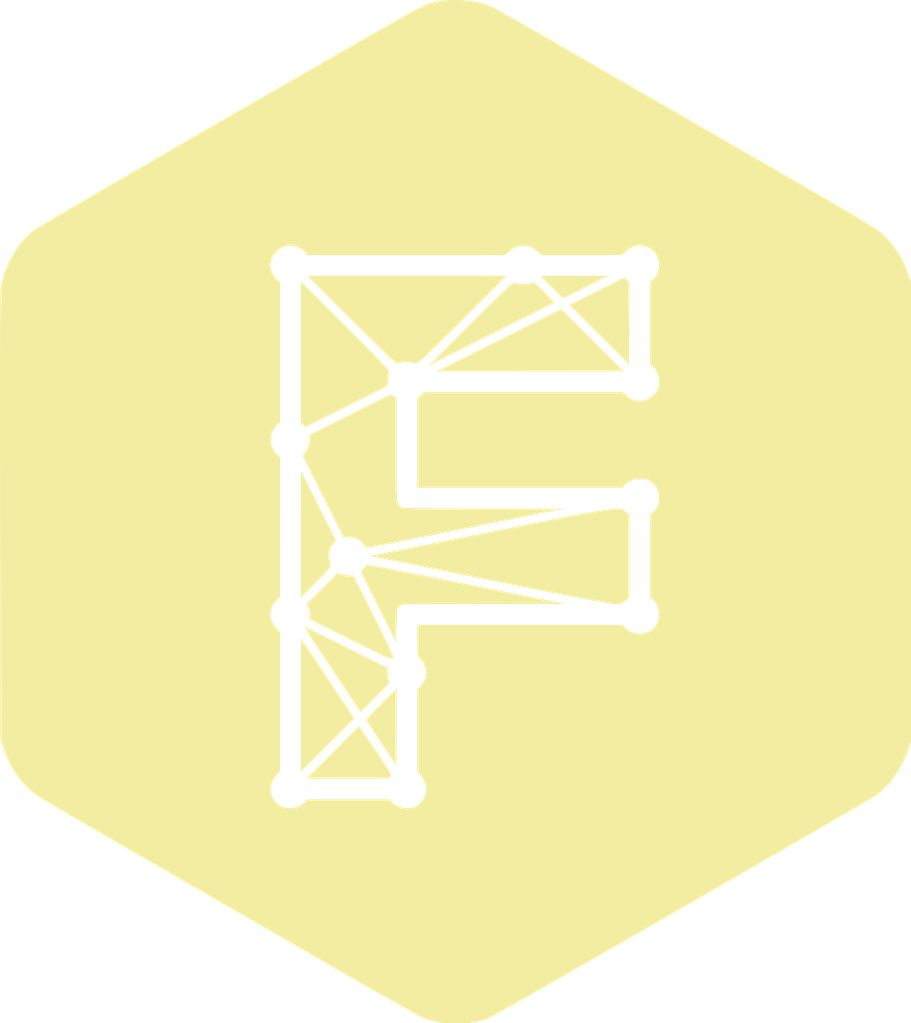
<source format=kicad_pcb>
(kicad_pcb (version 20241229) (generator "atopile") (generator_version "0.5.0")
  (layers (0 "F.Cu" signal) (31 "B.Cu" signal) (34 "B.Paste" user) (35 "F.Paste" user) (36 "B.SilkS" user "B.Silkscreen") (37 "F.SilkS" user "F.Silkscreen") (38 "B.Mask" user) (39 "F.Mask" user) (44 "Edge.Cuts" user))
  (net 0 "")
  (footprint "lib:faebrykLogo_8x9mm" (layer "F.Cu") (at 0 0 0)
    (property "Reference" "LOGO1" (hide yes))
    (property "Value" "" (hide yes))
    (fp_poly (pts (xy -1.121428 1.462679) (xy -0.886487 1.815188) (xy -1.356395 2.285096) (xy -1.356382 1.697633) (xy -1.35637 1.11017)) (fill solid) (layer "F.SilkS"))
    (fp_poly (pts (xy 1.472993 -1.226803) (xy 0.652261 -1.227287) (xy -0.16847 -1.227771) (xy 0.377986 -1.501563) (xy 0.924441 -1.775355)) (fill solid) (layer "F.SilkS"))
    (fp_poly (pts (xy 1.520736 -2.008089) (xy 1.516224 -1.287167) (xy 1.254833 -1.548666) (xy 0.993442 -1.810166) (xy 1.235346 -1.930871) (xy 1.477249 -2.051576)) (fill solid) (layer "F.SilkS"))
    (fp_poly (pts (xy 1.036875 -2.064368) (xy 1.334795 -2.063905) (xy 1.140408 -1.965477) (xy 1.087217 -1.938612) (xy 1.039226 -1.914504) (xy 0.998552 -1.894206) (xy 0.967309 -1.878769) (xy 0.947613 -1.869245) (xy 0.941559 -1.866586) (xy 0.934273 -1.872234) (xy 0.916986 -1.888149) (xy 0.891831 -1.912294) (xy 0.860939 -1.942632) (xy 0.838027 -1.965477) (xy 0.738955 -2.06483)) (fill solid) (layer "F.SilkS"))
    (fp_poly (pts (xy -1.201449 -0.051837) (xy -1.047441 0.254863) (xy -1.070994 0.281725) (xy -1.095951 0.319565) (xy -1.107686 0.362439) (xy -1.106473 0.4127) (xy -1.093153 0.47085) (xy -1.09368 0.479029) (xy -1.100135 0.491259) (xy -1.113792 0.509029) (xy -1.135923 0.533832) (xy -1.1678 0.567156) (xy -1.210697 0.610492) (xy -1.222158 0.621936) (xy -1.356395 0.755743) (xy -1.355926 0.198602) (xy -1.355457 -0.358538)) (fill solid) (layer "F.SilkS"))
    (fp_poly (pts (xy -0.967318 -1.628502) (xy -0.886578 -1.547722) (xy -0.817374 -1.47822) (xy -0.758919 -1.41916) (xy -0.710424 -1.36971) (xy -0.671103 -1.329036) (xy -0.640166 -1.296303) (xy -0.616827 -1.270678) (xy -0.600298 -1.251327) (xy -0.58979 -1.237415) (xy -0.584517 -1.22811) (xy -0.583689 -1.222578) (xy -0.583718 -1.222483) (xy -0.587329 -1.204864) (xy -0.59112 -1.176748) (xy -0.593696 -1.150709) (xy -0.598199 -1.096213) (xy -1.317517 -0.737709) (xy -1.336956 -0.75638) (xy -1.356395 -0.77505) (xy -1.356395 -2.017241)) (fill solid) (layer "F.SilkS"))
    (fp_poly (pts (xy -0.77616 0.46817) (xy -0.751652 0.47194) (xy -0.712455 0.478725) (xy -0.65969 0.488309) (xy -0.594479 0.50048) (xy -0.517943 0.515022) (xy -0.431205 0.531721) (xy -0.335385 0.550363) (xy -0.231605 0.570733) (xy -0.120987 0.592618) (xy -0.004652 0.615803) (xy 0.090714 0.634929) (xy 0.963299 0.810407) (xy 0.248866 0.811258) (xy -0.465568 0.812108) (xy -0.489808 0.832935) (xy -0.514048 0.853761) (xy -0.518368 1.001681) (xy -0.522688 1.1496) (xy -0.677619 0.83927) (xy -0.832551 0.528939) (xy -0.810197 0.502374) (xy -0.795213 0.483489) (xy -0.785832 0.469667) (xy -0.784857 0.467629)) (fill solid) (layer "F.SilkS"))
    (fp_poly (pts (xy 0.05612 -1.675754) (xy -0.024869 -1.594808) (xy -0.094577 -1.525411) (xy -0.153826 -1.466784) (xy -0.203441 -1.418149) (xy -0.244246 -1.378726) (xy -0.277065 -1.347735) (xy -0.302723 -1.324398) (xy -0.322044 -1.307935) (xy -0.335851 -1.297567) (xy -0.344969 -1.292515) (xy -0.349898 -1.291885) (xy -0.400099 -1.304548) (xy -0.440951 -1.308374) (xy -0.477939 -1.303384) (xy -0.509728 -1.292525) (xy -0.517341 -1.295998) (xy -0.534165 -1.309251) (xy -0.560564 -1.332628) (xy -0.596897 -1.366475) (xy -0.643528 -1.411136) (xy -0.700817 -1.466958) (xy -0.769126 -1.534284) (xy -0.848817 -1.613461) (xy -0.911427 -1.675981) (xy -1.300167 -2.06483) (xy 0.44486 -2.06483)) (fill solid) (layer "F.SilkS"))
    (fp_poly (pts (xy -0.518368 1.889985) (xy -0.518421 1.9646) (xy -0.518572 2.033519) (xy -0.51881 2.094899) (xy -0.519123 2.146894) (xy -0.519499 2.18766) (xy -0.519926 2.21535) (xy -0.520392 2.228121) (xy -0.520528 2.228772) (xy -0.525676 2.22182) (xy -0.539108 2.202314) (xy -0.559571 2.17211) (xy -0.585815 2.133065) (xy -0.616588 2.087033) (xy -0.650637 2.035871) (xy -0.652279 2.033398) (xy -0.686584 1.981511) (xy -0.717651 1.934092) (xy -0.744214 1.893109) (xy -0.765004 1.860534) (xy -0.778752 1.838336) (xy -0.784193 1.828485) (xy -0.78421 1.828418) (xy -0.779034 1.819708) (xy -0.763237 1.800807) (xy -0.738553 1.773607) (xy -0.706718 1.739996) (xy -0.669464 1.701866) (xy -0.652458 1.684798) (xy -0.518368 1.550991)) (fill solid) (layer "F.SilkS"))
    (fp_poly (pts (xy 0.777165 -1.922292) (xy 0.808579 -1.890487) (xy 0.834704 -1.863101) (xy 0.853501 -1.842348) (xy 0.862934 -1.830437) (xy 0.86356 -1.82853) (xy 0.85537 -1.824155) (xy 0.832957 -1.812697) (xy 0.79756 -1.794778) (xy 0.75042 -1.771022) (xy 0.692779 -1.742051) (xy 0.625877 -1.708489) (xy 0.550955 -1.67096) (xy 0.469253 -1.630085) (xy 0.382014 -1.586489) (xy 0.31102 -1.551045) (xy -0.237586 -1.277265) (xy 0.129591 -1.645204) (xy 0.21386 -1.729427) (xy 0.286591 -1.801632) (xy 0.348232 -1.862248) (xy 0.399233 -1.911701) (xy 0.440043 -1.95042) (xy 0.47111 -1.978833) (xy 0.492883 -1.997366) (xy 0.505811 -2.006448) (xy 0.509727 -2.007467) (xy 0.563351 -1.992036) (xy 0.616642 -1.991745) (xy 0.644522 -1.998268) (xy 0.686836 -2.012349)) (fill solid) (layer "F.SilkS"))
    (fp_poly (pts (xy -1.309684 1.014561) (xy -1.28729 1.025288) (xy -1.25254 1.042236) (xy -1.206979 1.064641) (xy -1.152154 1.091743) (xy -1.08961 1.122779) (xy -1.020892 1.156988) (xy -0.954688 1.190036) (xy -0.596123 1.369256) (xy -0.596123 1.414255) (xy -0.59414 1.445121) (xy -0.589109 1.472331) (xy -0.585866 1.481766) (xy -0.582944 1.489728) (xy -0.58287 1.497811) (xy -0.58706 1.507818) (xy -0.596932 1.521553) (xy -0.613901 1.540817) (xy -0.639385 1.567415) (xy -0.6748 1.60315) (xy -0.704658 1.632971) (xy -0.833708 1.761663) (xy -1.075613 1.398296) (xy -1.132378 1.312942) (xy -1.180173 1.240846) (xy -1.219671 1.180931) (xy -1.251547 1.132119) (xy -1.276477 1.093334) (xy -1.295133 1.063497) (xy -1.308192 1.04153) (xy -1.316327 1.026357) (xy -1.320213 1.0169) (xy -1.320525 1.01208) (xy -1.318178 1.010816)) (fill solid) (layer "F.SilkS"))
    (fp_poly (pts (xy -1.005633 0.549523) (xy -0.978619 0.557023) (xy -0.945869 0.561233) (xy -0.935451 0.561564) (xy -0.894087 0.561564) (xy -0.715337 0.919188) (xy -0.673449 1.003098) (xy -0.638754 1.07293) (xy -0.610654 1.130033) (xy -0.588554 1.175753) (xy -0.571857 1.211438) (xy -0.559966 1.238434) (xy -0.552285 1.258088) (xy -0.548217 1.271748) (xy -0.547167 1.28076) (xy -0.548538 1.286472) (xy -0.551236 1.289806) (xy -0.555779 1.292308) (xy -0.562804 1.292761) (xy -0.573654 1.290568) (xy -0.589672 1.285129) (xy -0.6122 1.275845) (xy -0.64258 1.262118) (xy -0.682156 1.243347) (xy -0.73227 1.218935) (xy -0.794264 1.188283) (xy -0.869481 1.150791) (xy -0.924182 1.12343) (xy -1.282479 0.944059) (xy -1.279979 0.909433) (xy -1.281898 0.877605) (xy -1.289889 0.845328) (xy -1.291315 0.841693) (xy -1.305151 0.808579) (xy -1.169801 0.67303) (xy -1.034451 0.537482)) (fill solid) (layer "F.SilkS"))
    (fp_poly (pts (xy -0.840056 1.890313) (xy -0.825845 1.909869) (xy -0.804548 1.9403) (xy -0.777386 1.979836) (xy -0.745581 2.02671) (xy -0.710355 2.079151) (xy -0.697942 2.097746) (xy -0.656617 2.159986) (xy -0.62417 2.209524) (xy -0.599704 2.247911) (xy -0.582328 2.276694) (xy -0.571145 2.297423) (xy -0.565261 2.311646) (xy -0.563783 2.320914) (xy -0.565753 2.326691) (xy -0.569549 2.330265) (xy -0.576258 2.333208) (xy -0.587441 2.33558) (xy -0.604655 2.337442) (xy -0.62946 2.338855) (xy -0.663414 2.339879) (xy -0.708076 2.340574) (xy -0.765006 2.341001) (xy -0.835761 2.341219) (xy -0.9219 2.34129) (xy -0.942592 2.341292) (xy -1.308756 2.341292) (xy -1.079932 2.112346) (xy -1.02823 2.060749) (xy -0.980343 2.013215) (xy -0.937644 1.971088) (xy -0.901504 1.935707) (xy -0.873294 1.908416) (xy -0.854384 1.890555) (xy -0.846146 1.883466) (xy -0.845958 1.883401)) (fill solid) (layer "F.SilkS"))
    (fp_poly (pts (xy -0.543789 -1.010463) (xy -0.518368 -0.992361) (xy -0.518176 -0.537218) (xy -0.518143 -0.434488) (xy -0.518049 -0.347631) (xy -0.517755 -0.275242) (xy -0.517125 -0.215914) (xy -0.516021 -0.168242) (xy -0.514307 -0.13082) (xy -0.511846 -0.102244) (xy -0.508499 -0.081106) (xy -0.504131 -0.066001) (xy -0.498605 -0.055524) (xy -0.491782 -0.048269) (xy -0.483527 -0.04283) (xy -0.473701 -0.037802) (xy -0.469259 -0.035569) (xy -0.4593 -0.033626) (xy -0.437093 -0.031903) (xy -0.402079 -0.030392) (xy -0.353698 -0.029085) (xy -0.291392 -0.027973) (xy -0.2146 -0.02705) (xy -0.122764 -0.026305) (xy -0.015325 -0.025732) (xy 0.108277 -0.025322) (xy 0.247816 -0.025068) (xy 0.94602 -0.024217) (xy 0.095034 0.147299) (xy -0.023813 0.171228) (xy -0.138016 0.194174) (xy -0.24642 0.215907) (xy -0.347867 0.236198) (xy -0.4412 0.254816) (xy -0.525263 0.271533) (xy -0.598898 0.286117) (xy -0.660948 0.29834) (xy -0.710257 0.307971) (xy -0.745667 0.314781) (xy -0.766021 0.31854) (xy -0.770583 0.319237) (xy -0.784799 0.312691) (xy -0.799014 0.296284) (xy -0.799482 0.295506) (xy -0.830079 0.260146) (xy -0.872751 0.237035) (xy -0.927261 0.226299) (xy -0.9303 0.226089) (xy -0.985966 0.222544) (xy -1.342338 -0.490446) (xy -1.319355 -0.517759) (xy -1.296683 -0.555109) (xy -1.282751 -0.599373) (xy -1.280131 -0.642228) (xy -1.280328 -0.64405) (xy -1.283535 -0.671527) (xy -0.569211 -1.028565)) (fill solid) (layer "F.SilkS"))
    (fp_poly (pts (xy 1.441947 -0.024713) (xy 1.455559 -0.022137) (xy 1.466228 -0.018255) (xy 1.474827 -0.013198) (xy 1.482233 -0.007095) (xy 1.489319 -7.6e-05) (xy 1.492466 0.00317) (xy 1.520544 0.032075) (xy 1.520544 0.749904) (xy 1.489442 0.781006) (xy 1.472905 0.79675) (xy 1.458852 0.805955) (xy 1.441908 0.810295) (xy 1.416698 0.811442) (xy 1.392248 0.811254) (xy 1.377144 0.810206) (xy 1.353638 0.807261) (xy 1.321041 0.80229) (xy 1.278661 0.795159) (xy 1.225808 0.785737) (xy 1.161792 0.773894) (xy 1.085924 0.759498) (xy 0.997512 0.742417) (xy 0.895866 0.72252) (xy 0.780297 0.699675) (xy 0.650113 0.673751) (xy 0.504625 0.644617) (xy 0.343143 0.612141) (xy 0.285102 0.600442) (xy 0.153903 0.573968) (xy 0.027554 0.548446) (xy -0.092928 0.524081) (xy -0.206527 0.501082) (xy -0.312226 0.479655) (xy -0.409007 0.460006) (xy -0.495854 0.442343) (xy -0.571749 0.426872) (xy -0.635676 0.4138) (xy -0.686618 0.403334) (xy -0.723557 0.39568) (xy -0.745477 0.391046) (xy -0.751531 0.38963) (xy -0.742663 0.387859) (xy -0.717884 0.382906) (xy -0.678223 0.374976) (xy -0.624713 0.364275) (xy -0.558384 0.35101) (xy -0.480269 0.335386) (xy -0.391397 0.317611) (xy -0.2928 0.29789) (xy -0.18551 0.27643) (xy -0.070557 0.253436) (xy 0.051027 0.229116) (xy 0.17821 0.203674) (xy 0.289421 0.181428) (xy 0.452203 0.148868) (xy 0.598915 0.119558) (xy 0.730432 0.093368) (xy 0.847629 0.070169) (xy 0.951381 0.049831) (xy 1.042563 0.032225) (xy 1.122051 0.01722) (xy 1.190718 0.004687) (xy 1.249441 -0.005503) (xy 1.299095 -0.01348) (xy 1.340554 -0.019374) (xy 1.374694 -0.023315) (xy 1.402389 -0.025432) (xy 1.424515 -0.025855)) (fill solid) (layer "F.SilkS"))
    (fp_poly (pts (xy 0.047517 -4.481264) (xy 0.130799 -4.47499) (xy 0.202385 -4.463071) (xy 0.267274 -4.444319) (xy 0.330461 -4.417545) (xy 0.344031 -4.410767) (xy 0.356953 -4.403667) (xy 0.384126 -4.388328) (xy 0.42484 -4.365158) (xy 0.478386 -4.334564) (xy 0.544056 -4.296954) (xy 0.62114 -4.252737) (xy 0.70893 -4.202319) (xy 0.806715 -4.14611) (xy 0.913788 -4.084516) (xy 1.029439 -4.017946) (xy 1.152959 -3.946808) (xy 1.283639 -3.87151) (xy 1.420771 -3.792458) (xy 1.563644 -3.710063) (xy 1.711551 -3.62473) (xy 1.863781 -3.536868) (xy 2.019627 -3.446886) (xy 2.038911 -3.435749) (xy 2.224824 -3.328367) (xy 2.396362 -3.229254) (xy 2.554126 -3.138057) (xy 2.698715 -3.05442) (xy 2.830729 -2.977991) (xy 2.950767 -2.908415) (xy 3.059427 -2.845338) (xy 3.157311 -2.788407) (xy 3.245017 -2.737266) (xy 3.323145 -2.691562) (xy 3.392294 -2.650942) (xy 3.453064 -2.615051) (xy 3.506054 -2.583534) (xy 3.551864 -2.556039) (xy 3.591092 -2.532211) (xy 3.624339 -2.511696) (xy 3.652204 -2.49414) (xy 3.675287 -2.479189) (xy 3.694186 -2.466489) (xy 3.709502 -2.455686) (xy 3.721834 -2.446426) (xy 3.73178 -2.438355) (xy 3.739688 -2.431354) (xy 3.818597 -2.346703) (xy 3.88562 -2.250476) (xy 3.939525 -2.1447) (xy 3.975786 -2.043075) (xy 3.995748 -1.974116) (xy 3.995748 0) (xy 3.995743 0.218324) (xy 3.995723 0.420047) (xy 3.995685 0.605846) (xy 3.995623 0.7764) (xy 3.995532 0.932385) (xy 3.995407 1.07448) (xy 3.995242 1.203362) (xy 3.995033 1.319709) (xy 3.994774 1.424198) (xy 3.994461 1.517508) (xy 3.994088 1.600315) (xy 3.99365 1.673298) (xy 3.993142 1.737134) (xy 3.992559 1.792501) (xy 3.991897 1.840076) (xy 3.991149 1.880538) (xy 3.990311 1.914563) (xy 3.989377 1.94283) (xy 3.988344 1.966016) (xy 3.987204 1.9848) (xy 3.985954 1.999857) (xy 3.984589 2.011867) (xy 3.983102 2.021507) (xy 3.98149 2.029455) (xy 3.980467 2.033665) (xy 3.950775 2.12441) (xy 3.9094 2.214252) (xy 3.85858 2.299727) (xy 3.800552 2.377374) (xy 3.737553 2.443731) (xy 3.690429 2.482532) (xy 3.676798 2.491309) (xy 3.649144 2.508106) (xy 3.608294 2.532446) (xy 3.555077 2.563852) (xy 3.49032 2.601846) (xy 3.414853 2.645954) (xy 3.329502 2.695697) (xy 3.235097 2.750599) (xy 3.132466 2.810183) (xy 3.022436 2.873973) (xy 2.905836 2.941491) (xy 2.783495 3.012261) (xy 2.656239 3.085807) (xy 2.524899 3.161651) (xy 2.390301 3.239317) (xy 2.253273 3.318328) (xy 2.114645 3.398208) (xy 1.975245 3.478479) (xy 1.835899 3.558664) (xy 1.697438 3.638288) (xy 1.560688 3.716873) (xy 1.426478 3.793943) (xy 1.295637 3.86902) (xy 1.168992 3.941629) (xy 1.047372 4.011292) (xy 0.931605 4.077533) (xy 0.822518 4.139874) (xy 0.720941 4.19784) (xy 0.627702 4.250953) (xy 0.543628 4.298737) (xy 0.469548 4.340714) (xy 0.406289 4.376409) (xy 0.354681 4.405344) (xy 0.315552 4.427043) (xy 0.289729 4.441029) (xy 0.2781 4.446804) (xy 0.194497 4.470631) (xy 0.101564 4.485625) (xy 0.00508 4.491335) (xy -0.089174 4.487311) (xy -0.143984 4.479724) (xy -0.185983 4.470771) (xy -0.231267 4.459102) (xy -0.262009 4.449817) (xy -0.279699 4.44203) (xy -0.311756 4.425742) (xy -0.357667 4.401238) (xy -0.416922 4.368804) (xy -0.48901 4.328727) (xy -0.57342 4.281292) (xy -0.669641 4.226785) (xy -0.777161 4.165494) (xy -0.89547 4.097704) (xy -1.024056 4.0237) (xy -1.055406 4.005615) (xy -1.290817 3.869749) (xy -1.511736 3.742252) (xy -1.718633 3.622849) (xy -1.911978 3.511263) (xy -2.092239 3.407219) (xy -2.259887 3.310442) (xy -2.415391 3.220656) (xy -2.55922 3.137586) (xy -2.691845 3.060956) (xy -2.813734 2.99049) (xy -2.925358 2.925914) (xy -3.027185 2.866952) (xy -3.119686 2.813328) (xy -3.203329 2.764767) (xy -3.278585 2.720993) (xy -3.345923 2.68173) (xy -3.405813 2.646704) (xy -3.458723 2.615639) (xy -3.505124 2.588259) (xy -3.545485 2.564288) (xy -3.580276 2.543452) (xy -3.609967 2.525475) (xy -3.635026 2.510081) (xy -3.655923 2.496995) (xy -3.673128 2.485941) (xy -3.687111 2.476644) (xy -3.698341 2.468828) (xy -3.707287 2.462218) (xy -3.714419 2.456539) (xy -3.720207 2.451514) (xy -3.72512 2.446868) (xy -3.729628 2.442327) (xy -3.7342 2.437613) (xy -3.739306 2.432453) (xy -3.743315 2.428555) (xy -3.816816 2.348552) (xy -3.878385 2.259586) (xy -3.929435 2.159365) (xy -3.962336 2.073469) (xy -3.987109 2.000034) (xy -3.989504 0.034557) (xy -3.989762 -0.18439) (xy -3.989981 -0.386734) (xy -3.990157 -0.57315) (xy -3.990285 -0.744313) (xy -3.990363 -0.900898) (xy -3.990386 -1.043581) (xy -3.99035 -1.173037) (xy -3.990252 -1.289941) (xy -3.990087 -1.394968) (xy -3.989852 -1.488795) (xy -3.989544 -1.572096) (xy -3.989158 -1.645546) (xy -3.98869 -1.709821) (xy -3.988138 -1.765596) (xy -3.987496 -1.813547) (xy -3.986761 -1.854348) (xy -3.98593 -1.888675) (xy -3.984998 -1.917204) (xy -3.983962 -1.940609) (xy -3.982817 -1.959567) (xy -3.981561 -1.974751) (xy -3.980189 -1.986838) (xy -3.978697 -1.996503) (xy -3.978028 -2.000035) (xy -3.953936 -2.088094) (xy -3.921927 -2.166799) (xy -1.621869 -2.166799) (xy -1.619865 -2.13473) (xy -1.608732 -2.098422) (xy -1.590638 -2.063136) (xy -1.56921 -2.035249) (xy -1.557788 -2.025677) (xy -1.537824 -2.012595) (xy -1.537824 -0.780784) (xy -1.564513 -0.755409) (xy -1.596542 -0.717314) (xy -1.613796 -0.675834) (xy -1.618659 -0.630681) (xy -1.613221 -0.584641) (xy -1.597764 -0.542282) (xy -1.574546 -0.508729) (xy -1.559311 -0.495902) (xy -1.537824 -0.481823) (xy -1.537824 0.752748) (xy -1.564052 0.774818) (xy -1.597002 0.812979) (xy -1.615947 0.858066) (xy -1.620793 0.90675) (xy -1.611446 0.955705) (xy -1.587809 1.001603) (xy -1.571111 1.021833) (xy -1.537824 1.056826) (xy -1.537824 2.278003) (xy -1.571346 2.313243) (xy -1.602534 2.357233) (xy -1.61839 2.405211) (xy -1.619416 2.454239) (xy -1.60611 2.501381) (xy -1.578974 2.543701) (xy -1.538507 2.578262) (xy -1.524864 2.586144) (xy -1.49389 2.59589) (xy -1.45433 2.59965) (xy -1.413858 2.597294) (xy -1.380143 2.588694) (xy -1.379876 2.588581) (xy -1.355429 2.574156) (xy -1.330757 2.553822) (xy -1.3267 2.549703) (xy -1.301326 2.522721) (xy -0.577011 2.522721) (xy -0.559832 2.54456) (xy -0.527967 2.572326) (xy -0.485738 2.591364) (xy -0.43836 2.600419) (xy -0.391047 2.598237) (xy -0.36558 2.591287) (xy -0.327259 2.568344) (xy -0.294826 2.53304) (xy -0.271406 2.490071) (xy -0.260123 2.444131) (xy -0.259564 2.432006) (xy -0.26663 2.388216) (xy -0.285468 2.344506) (xy -0.312534 2.308955) (xy -0.314201 2.307388) (xy -0.336939 2.286443) (xy -0.336939 1.558114) (xy -0.314201 1.537169) (xy -0.286782 1.502305) (xy -0.267397 1.458835) (xy -0.259587 1.414838) (xy -0.259564 1.412551) (xy -0.26663 1.36876) (xy -0.285468 1.32505) (xy -0.312534 1.289499) (xy -0.314201 1.287932) (xy -0.322734 1.279646) (xy -0.328811 1.2711) (xy -0.332847 1.2594) (xy -0.335261 1.241655) (xy -0.33647 1.214972) (xy -0.33689 1.176458) (xy -0.336939 1.130262) (xy -0.336939 0.993537) (xy 1.46672 0.993537) (xy 1.480225 1.014148) (xy 1.506358 1.039855) (xy 1.544163 1.058731) (xy 1.588756 1.068891) (xy 1.623891 1.069643) (xy 1.677867 1.058241) (xy 1.721561 1.033355) (xy 1.753733 0.996224) (xy 1.773144 0.948089) (xy 1.778078 0.915455) (xy 1.775736 0.868976) (xy 1.763255 0.825601) (xy 1.742522 0.790217) (xy 1.722583 0.771789) (xy 1.701972 0.758284) (xy 1.701972 0.029151) (xy 1.728955 0.003776) (xy 1.749551 -0.019679) (xy 1.765778 -0.045012) (xy 1.767832 -0.0494) (xy 1.778404 -0.092918) (xy 1.777415 -0.141384) (xy 1.765844 -0.188604) (xy 1.744669 -0.228381) (xy 1.738361 -0.236029) (xy 1.702764 -0.26349) (xy 1.658719 -0.279717) (xy 1.6105 -0.284821) (xy 1.562383 -0.278917) (xy 1.518644 -0.262117) (xy 1.483557 -0.234533) (xy 1.47908 -0.229187) (xy 1.4619 -0.207347) (xy -0.336939 -0.207347) (xy -0.336939 -0.988396) (xy -0.309326 -1.016885) (xy -0.281713 -1.045375) (xy 1.465695 -1.045375) (xy 1.48664 -1.022636) (xy 1.526959 -0.990355) (xy 1.572652 -0.972657) (xy 1.620609 -0.96907) (xy 1.66772 -0.979125) (xy 1.710875 -1.002351) (xy 1.746965 -1.038279) (xy 1.763289 -1.064469) (xy 1.776667 -1.106844) (xy 1.77808 -1.153788) (xy 1.768502 -1.200184) (xy 1.748906 -1.240912) (xy 1.724656 -1.267603) (xy 1.701972 -1.285446) (xy 1.701972 -2.009982) (xy 1.724412 -2.030926) (xy 1.756581 -2.072029) (xy 1.775461 -2.120796) (xy 1.779538 -2.15736) (xy 1.771954 -2.210235) (xy 1.751454 -2.254961) (xy 1.720638 -2.290432) (xy 1.682108 -2.315541) (xy 1.638462 -2.329181) (xy 1.592302 -2.330246) (xy 1.546228 -2.31763) (xy 1.502841 -2.290226) (xy 1.491644 -2.279868) (xy 1.458035 -2.246259) (xy 0.745805 -2.246259) (xy 0.710217 -2.280113) (xy 0.665383 -2.312047) (xy 0.616505 -2.328) (xy 0.566114 -2.327971) (xy 0.516743 -2.311958) (xy 0.471261 -2.280273) (xy 0.43436 -2.246259) (xy -1.302571 -2.246259) (xy -1.31665 -2.267747) (xy -1.338644 -2.289761) (xy -1.371939 -2.309779) (xy -1.410605 -2.324533) (xy -1.426697 -2.328316) (xy -1.472958 -2.328824) (xy -1.517314 -2.314767) (xy -1.557072 -2.28884) (xy -1.589544 -2.253739) (xy -1.61204 -2.21216) (xy -1.621869 -2.166799) (xy -3.921927 -2.166799) (xy -3.917819 -2.176899) (xy -3.871864 -2.262778) (xy -3.818258 -2.342058) (xy -3.759187 -2.411066) (xy -3.7035 -2.461094) (xy -3.691615 -2.468825) (xy -3.665458 -2.484778) (xy -3.625728 -2.508545) (xy -3.573123 -2.539721) (xy -3.508341 -2.577897) (xy -3.43208 -2.622667) (xy -3.345039 -2.673623) (xy -3.247915 -2.730359) (xy -3.141408 -2.792467) (xy -3.026215 -2.85954) (xy -2.903034 -2.931171) (xy -2.772564 -3.006953) (xy -2.635504 -3.08648) (xy -2.49255 -3.169343) (xy -2.344402 -3.255136) (xy -2.191758 -3.343451) (xy -2.035316 -3.433883) (xy -1.994442 -3.457497) (xy -1.792545 -3.574082) (xy -1.605179 -3.682189) (xy -1.431946 -3.782042) (xy -1.272452 -3.873867) (xy -1.1263 -3.957889) (xy -0.993093 -4.034333) (xy -0.872436 -4.103424) (xy -0.763932 -4.165389) (xy -0.667185 -4.220451) (xy -0.581799 -4.268837) (xy -0.507378 -4.310771) (xy -0.443525 -4.346479) (xy -0.389845 -4.376185) (xy -0.345942 -4.400117) (xy -0.311418 -4.418497) (xy -0.285878 -4.431553) (xy -0.268926 -4.439508) (xy -0.263504 -4.441659) (xy -0.195508 -4.462276) (xy -0.128329 -4.475434) (xy -0.056654 -4.481809) (xy 0.024829 -4.482078)) (fill solid) (layer "F.SilkS"))
  )
)
</source>
